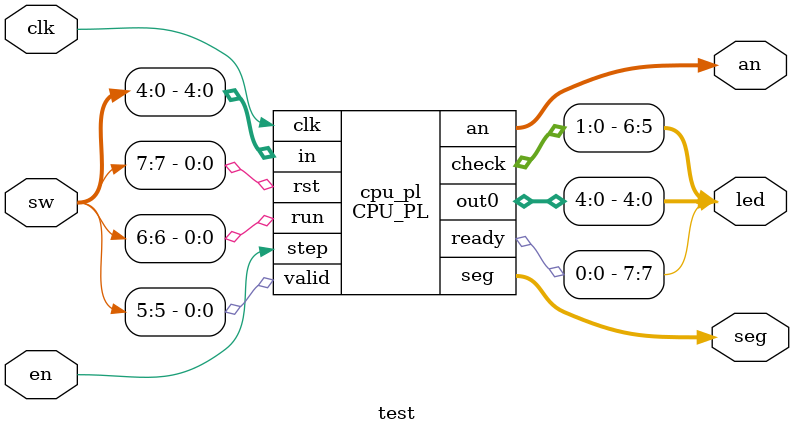
<source format=v>
`timescale 1ns / 1ps

module CPU_PL(input run,
              input step,
              input valid,
              input [4:0] in,
              input rst,
              input clk,
              output [1:0] check,
              output [4:0] out0,
              output [2:0] an,
              output [3:0] seg,
              output ready);
    wire clk_cpu;
    wire [7:0] io_addr;
    wire [31:0] io_dout;
    wire [31:0] io_din;
    wire io_we;
    
    wire [7:0] m_rf_addr;
    wire [31:0] rf_data;
    wire [31:0] m_data;
    wire [31:0] pcin, pc, pcd, pce;
    wire [31:0] ir, imm, mdr;
    wire [31:0] a, b, y, bm, yw;
    wire [4:0]  rd, rdm, rdw;
    wire [31:0] ctrl, ctrlm, ctrlw;

    pdu_pl pdu(clk, rst, run, step, clk_cpu, valid, in, check, out0, an, seg, ready, io_addr, io_dout, io_we, io_din, m_rf_addr, rf_data, m_data, pcin, pc, pcd, pce, ir, imm, mdr, a, b, y, bm, yw, rd, rdm, rdw, ctrl, ctrlm, ctrlw);
    CPU cpu(clk_cpu, rst, io_addr, io_dout, io_we, io_din, m_rf_addr, rf_data, m_data, pc, pcd, ir, pcin, pce, a, b, imm, rd, ctrl, y, bm, rdm, ctrlm, yw, mdr, rdw, ctrlw);
endmodule

module test(input clk,
            input en,
            input [7:0] sw,
            output [7:0] led,
            output [2:0] an,
            output [3:0] seg);
    CPU_PL cpu_pl(sw[6], en, sw[5], sw[4:0], sw[7], clk, led[6:5], led[4:0], an, seg, led[7]);
endmodule

</source>
